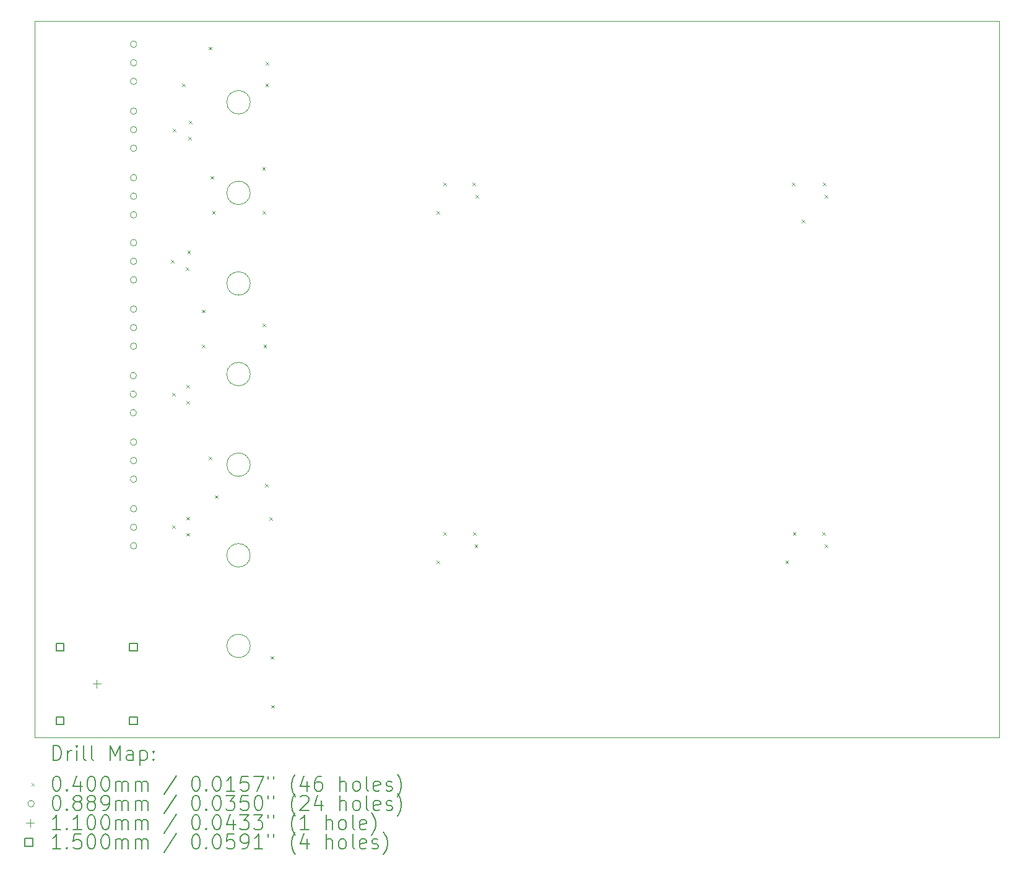
<source format=gbr>
%TF.GenerationSoftware,KiCad,Pcbnew,(6.0.8-1)-1*%
%TF.CreationDate,2022-12-30T20:11:37-05:00*%
%TF.ProjectId,Untitled,556e7469-746c-4656-942e-6b696361645f,rev?*%
%TF.SameCoordinates,Original*%
%TF.FileFunction,Drillmap*%
%TF.FilePolarity,Positive*%
%FSLAX45Y45*%
G04 Gerber Fmt 4.5, Leading zero omitted, Abs format (unit mm)*
G04 Created by KiCad (PCBNEW (6.0.8-1)-1) date 2022-12-30 20:11:37*
%MOMM*%
%LPD*%
G01*
G04 APERTURE LIST*
%ADD10C,0.100000*%
%ADD11C,0.200000*%
%ADD12C,0.040000*%
%ADD13C,0.088900*%
%ADD14C,0.110000*%
%ADD15C,0.150000*%
G04 APERTURE END LIST*
D10*
X7520000Y-11840000D02*
G75*
G03*
X7520000Y-11840000I-160000J0D01*
G01*
X7520000Y-5640000D02*
G75*
G03*
X7520000Y-5640000I-160000J0D01*
G01*
X4572000Y-3291000D02*
X17764000Y-3291000D01*
X17764000Y-3291000D02*
X17764000Y-13090000D01*
X17764000Y-13090000D02*
X4572000Y-13090000D01*
X4572000Y-13090000D02*
X4572000Y-3291000D01*
X7520000Y-6880000D02*
G75*
G03*
X7520000Y-6880000I-160000J0D01*
G01*
X7520000Y-8120000D02*
G75*
G03*
X7520000Y-8120000I-160000J0D01*
G01*
X7520000Y-10600000D02*
G75*
G03*
X7520000Y-10600000I-160000J0D01*
G01*
X7520000Y-4400000D02*
G75*
G03*
X7520000Y-4400000I-160000J0D01*
G01*
X7520000Y-9360000D02*
G75*
G03*
X7520000Y-9360000I-160000J0D01*
G01*
D11*
D12*
X6435000Y-6555000D02*
X6475000Y-6595000D01*
X6475000Y-6555000D02*
X6435000Y-6595000D01*
X6450000Y-8380000D02*
X6490000Y-8420000D01*
X6490000Y-8380000D02*
X6450000Y-8420000D01*
X6455000Y-10190000D02*
X6495000Y-10230000D01*
X6495000Y-10190000D02*
X6455000Y-10230000D01*
X6460000Y-4760000D02*
X6500000Y-4800000D01*
X6500000Y-4760000D02*
X6460000Y-4800000D01*
X6590000Y-4143751D02*
X6630000Y-4183751D01*
X6630000Y-4143751D02*
X6590000Y-4183751D01*
X6640000Y-6660000D02*
X6680000Y-6700000D01*
X6680000Y-6660000D02*
X6640000Y-6700000D01*
X6650000Y-8270000D02*
X6690000Y-8310000D01*
X6690000Y-8270000D02*
X6650000Y-8310000D01*
X6650000Y-8490000D02*
X6690000Y-8530000D01*
X6690000Y-8490000D02*
X6650000Y-8530000D01*
X6650000Y-10075000D02*
X6690000Y-10115000D01*
X6690000Y-10075000D02*
X6650000Y-10115000D01*
X6650000Y-10295000D02*
X6690000Y-10335000D01*
X6690000Y-10295000D02*
X6650000Y-10335000D01*
X6660000Y-6430000D02*
X6700000Y-6470000D01*
X6700000Y-6430000D02*
X6660000Y-6470000D01*
X6670000Y-4870000D02*
X6710000Y-4910000D01*
X6710000Y-4870000D02*
X6670000Y-4910000D01*
X6680000Y-4650000D02*
X6720000Y-4690000D01*
X6720000Y-4650000D02*
X6680000Y-4690000D01*
X6860000Y-7240000D02*
X6900000Y-7280000D01*
X6900000Y-7240000D02*
X6860000Y-7280000D01*
X6860000Y-7720000D02*
X6900000Y-7760000D01*
X6900000Y-7720000D02*
X6860000Y-7760000D01*
X6950000Y-3640000D02*
X6990000Y-3680000D01*
X6990000Y-3640000D02*
X6950000Y-3680000D01*
X6950000Y-9250000D02*
X6990000Y-9290000D01*
X6990000Y-9250000D02*
X6950000Y-9290000D01*
X6980000Y-5410000D02*
X7020000Y-5450000D01*
X7020000Y-5410000D02*
X6980000Y-5450000D01*
X7000000Y-5890000D02*
X7040000Y-5930000D01*
X7040000Y-5890000D02*
X7000000Y-5930000D01*
X7040000Y-9780000D02*
X7080000Y-9820000D01*
X7080000Y-9780000D02*
X7040000Y-9820000D01*
X7685000Y-5285000D02*
X7725000Y-5325000D01*
X7725000Y-5285000D02*
X7685000Y-5325000D01*
X7690000Y-5890000D02*
X7730000Y-5930000D01*
X7730000Y-5890000D02*
X7690000Y-5930000D01*
X7690000Y-7430000D02*
X7730000Y-7470000D01*
X7730000Y-7430000D02*
X7690000Y-7470000D01*
X7701250Y-7718750D02*
X7741250Y-7758750D01*
X7741250Y-7718750D02*
X7701250Y-7758750D01*
X7720000Y-9620000D02*
X7760000Y-9660000D01*
X7760000Y-9620000D02*
X7720000Y-9660000D01*
X7727000Y-4143000D02*
X7767000Y-4183000D01*
X7767000Y-4143000D02*
X7727000Y-4183000D01*
X7731000Y-3849000D02*
X7771000Y-3889000D01*
X7771000Y-3849000D02*
X7731000Y-3889000D01*
X7780000Y-10080000D02*
X7820000Y-10120000D01*
X7820000Y-10080000D02*
X7780000Y-10120000D01*
X7800000Y-11980000D02*
X7840000Y-12020000D01*
X7840000Y-11980000D02*
X7800000Y-12020000D01*
X7810000Y-12650000D02*
X7850000Y-12690000D01*
X7850000Y-12650000D02*
X7810000Y-12690000D01*
X10069000Y-5891000D02*
X10109000Y-5931000D01*
X10109000Y-5891000D02*
X10069000Y-5931000D01*
X10069000Y-10671000D02*
X10109000Y-10711000D01*
X10109000Y-10671000D02*
X10069000Y-10711000D01*
X10160000Y-5500000D02*
X10200000Y-5540000D01*
X10200000Y-5500000D02*
X10160000Y-5540000D01*
X10160000Y-10280000D02*
X10200000Y-10320000D01*
X10200000Y-10280000D02*
X10160000Y-10320000D01*
X10560000Y-5500000D02*
X10600000Y-5540000D01*
X10600000Y-5500000D02*
X10560000Y-5540000D01*
X10570000Y-10280000D02*
X10610000Y-10320000D01*
X10610000Y-10280000D02*
X10570000Y-10320000D01*
X10589000Y-10451000D02*
X10629000Y-10491000D01*
X10629000Y-10451000D02*
X10589000Y-10491000D01*
X10599000Y-5671000D02*
X10639000Y-5711000D01*
X10639000Y-5671000D02*
X10599000Y-5711000D01*
X14839000Y-10671000D02*
X14879000Y-10711000D01*
X14879000Y-10671000D02*
X14839000Y-10711000D01*
X14930000Y-5500000D02*
X14970000Y-5540000D01*
X14970000Y-5500000D02*
X14930000Y-5540000D01*
X14940000Y-10280000D02*
X14980000Y-10320000D01*
X14980000Y-10280000D02*
X14940000Y-10320000D01*
X15065000Y-6005000D02*
X15105000Y-6045000D01*
X15105000Y-6005000D02*
X15065000Y-6045000D01*
X15340000Y-10280000D02*
X15380000Y-10320000D01*
X15380000Y-10280000D02*
X15340000Y-10320000D01*
X15350000Y-5500000D02*
X15390000Y-5540000D01*
X15390000Y-5500000D02*
X15350000Y-5540000D01*
X15379000Y-5671000D02*
X15419000Y-5711000D01*
X15419000Y-5671000D02*
X15379000Y-5711000D01*
X15379000Y-10451000D02*
X15419000Y-10491000D01*
X15419000Y-10451000D02*
X15379000Y-10491000D01*
D13*
X5964450Y-8140000D02*
G75*
G03*
X5964450Y-8140000I-44450J0D01*
G01*
X5964450Y-8394000D02*
G75*
G03*
X5964450Y-8394000I-44450J0D01*
G01*
X5964450Y-8648000D02*
G75*
G03*
X5964450Y-8648000I-44450J0D01*
G01*
X5969460Y-3604750D02*
G75*
G03*
X5969460Y-3604750I-44450J0D01*
G01*
X5969460Y-3858750D02*
G75*
G03*
X5969460Y-3858750I-44450J0D01*
G01*
X5969460Y-4112750D02*
G75*
G03*
X5969460Y-4112750I-44450J0D01*
G01*
X5969460Y-4521250D02*
G75*
G03*
X5969460Y-4521250I-44450J0D01*
G01*
X5969460Y-4775250D02*
G75*
G03*
X5969460Y-4775250I-44450J0D01*
G01*
X5969460Y-5029250D02*
G75*
G03*
X5969460Y-5029250I-44450J0D01*
G01*
X5969460Y-5430750D02*
G75*
G03*
X5969460Y-5430750I-44450J0D01*
G01*
X5969460Y-5684750D02*
G75*
G03*
X5969460Y-5684750I-44450J0D01*
G01*
X5969460Y-5938750D02*
G75*
G03*
X5969460Y-5938750I-44450J0D01*
G01*
X5969460Y-6321250D02*
G75*
G03*
X5969460Y-6321250I-44450J0D01*
G01*
X5969460Y-6575250D02*
G75*
G03*
X5969460Y-6575250I-44450J0D01*
G01*
X5969460Y-6829250D02*
G75*
G03*
X5969460Y-6829250I-44450J0D01*
G01*
X5969460Y-7230750D02*
G75*
G03*
X5969460Y-7230750I-44450J0D01*
G01*
X5969460Y-7484750D02*
G75*
G03*
X5969460Y-7484750I-44450J0D01*
G01*
X5969460Y-7738750D02*
G75*
G03*
X5969460Y-7738750I-44450J0D01*
G01*
X5969460Y-9050750D02*
G75*
G03*
X5969460Y-9050750I-44450J0D01*
G01*
X5969460Y-9304750D02*
G75*
G03*
X5969460Y-9304750I-44450J0D01*
G01*
X5969460Y-9558750D02*
G75*
G03*
X5969460Y-9558750I-44450J0D01*
G01*
X5969460Y-9961250D02*
G75*
G03*
X5969460Y-9961250I-44450J0D01*
G01*
X5969460Y-10215250D02*
G75*
G03*
X5969460Y-10215250I-44450J0D01*
G01*
X5969460Y-10469250D02*
G75*
G03*
X5969460Y-10469250I-44450J0D01*
G01*
D14*
X5420000Y-12305000D02*
X5420000Y-12415000D01*
X5365000Y-12360000D02*
X5475000Y-12360000D01*
D15*
X4970534Y-11910533D02*
X4970534Y-11804466D01*
X4864467Y-11804466D01*
X4864467Y-11910533D01*
X4970534Y-11910533D01*
X4970534Y-12915533D02*
X4970534Y-12809466D01*
X4864467Y-12809466D01*
X4864467Y-12915533D01*
X4970534Y-12915533D01*
X5975533Y-11910533D02*
X5975533Y-11804466D01*
X5869466Y-11804466D01*
X5869466Y-11910533D01*
X5975533Y-11910533D01*
X5975533Y-12915533D02*
X5975533Y-12809466D01*
X5869466Y-12809466D01*
X5869466Y-12915533D01*
X5975533Y-12915533D01*
D11*
X4824619Y-13405476D02*
X4824619Y-13205476D01*
X4872238Y-13205476D01*
X4900810Y-13215000D01*
X4919857Y-13234048D01*
X4929381Y-13253095D01*
X4938905Y-13291190D01*
X4938905Y-13319762D01*
X4929381Y-13357857D01*
X4919857Y-13376905D01*
X4900810Y-13395952D01*
X4872238Y-13405476D01*
X4824619Y-13405476D01*
X5024619Y-13405476D02*
X5024619Y-13272143D01*
X5024619Y-13310238D02*
X5034143Y-13291190D01*
X5043667Y-13281667D01*
X5062714Y-13272143D01*
X5081762Y-13272143D01*
X5148429Y-13405476D02*
X5148429Y-13272143D01*
X5148429Y-13205476D02*
X5138905Y-13215000D01*
X5148429Y-13224524D01*
X5157952Y-13215000D01*
X5148429Y-13205476D01*
X5148429Y-13224524D01*
X5272238Y-13405476D02*
X5253190Y-13395952D01*
X5243667Y-13376905D01*
X5243667Y-13205476D01*
X5377000Y-13405476D02*
X5357952Y-13395952D01*
X5348429Y-13376905D01*
X5348429Y-13205476D01*
X5605571Y-13405476D02*
X5605571Y-13205476D01*
X5672238Y-13348333D01*
X5738905Y-13205476D01*
X5738905Y-13405476D01*
X5919857Y-13405476D02*
X5919857Y-13300714D01*
X5910333Y-13281667D01*
X5891286Y-13272143D01*
X5853190Y-13272143D01*
X5834143Y-13281667D01*
X5919857Y-13395952D02*
X5900809Y-13405476D01*
X5853190Y-13405476D01*
X5834143Y-13395952D01*
X5824619Y-13376905D01*
X5824619Y-13357857D01*
X5834143Y-13338809D01*
X5853190Y-13329286D01*
X5900809Y-13329286D01*
X5919857Y-13319762D01*
X6015095Y-13272143D02*
X6015095Y-13472143D01*
X6015095Y-13281667D02*
X6034143Y-13272143D01*
X6072238Y-13272143D01*
X6091286Y-13281667D01*
X6100809Y-13291190D01*
X6110333Y-13310238D01*
X6110333Y-13367381D01*
X6100809Y-13386428D01*
X6091286Y-13395952D01*
X6072238Y-13405476D01*
X6034143Y-13405476D01*
X6015095Y-13395952D01*
X6196048Y-13386428D02*
X6205571Y-13395952D01*
X6196048Y-13405476D01*
X6186524Y-13395952D01*
X6196048Y-13386428D01*
X6196048Y-13405476D01*
X6196048Y-13281667D02*
X6205571Y-13291190D01*
X6196048Y-13300714D01*
X6186524Y-13291190D01*
X6196048Y-13281667D01*
X6196048Y-13300714D01*
D12*
X4527000Y-13715000D02*
X4567000Y-13755000D01*
X4567000Y-13715000D02*
X4527000Y-13755000D01*
D11*
X4862714Y-13625476D02*
X4881762Y-13625476D01*
X4900810Y-13635000D01*
X4910333Y-13644524D01*
X4919857Y-13663571D01*
X4929381Y-13701667D01*
X4929381Y-13749286D01*
X4919857Y-13787381D01*
X4910333Y-13806428D01*
X4900810Y-13815952D01*
X4881762Y-13825476D01*
X4862714Y-13825476D01*
X4843667Y-13815952D01*
X4834143Y-13806428D01*
X4824619Y-13787381D01*
X4815095Y-13749286D01*
X4815095Y-13701667D01*
X4824619Y-13663571D01*
X4834143Y-13644524D01*
X4843667Y-13635000D01*
X4862714Y-13625476D01*
X5015095Y-13806428D02*
X5024619Y-13815952D01*
X5015095Y-13825476D01*
X5005571Y-13815952D01*
X5015095Y-13806428D01*
X5015095Y-13825476D01*
X5196048Y-13692143D02*
X5196048Y-13825476D01*
X5148429Y-13615952D02*
X5100810Y-13758809D01*
X5224619Y-13758809D01*
X5338905Y-13625476D02*
X5357952Y-13625476D01*
X5377000Y-13635000D01*
X5386524Y-13644524D01*
X5396048Y-13663571D01*
X5405571Y-13701667D01*
X5405571Y-13749286D01*
X5396048Y-13787381D01*
X5386524Y-13806428D01*
X5377000Y-13815952D01*
X5357952Y-13825476D01*
X5338905Y-13825476D01*
X5319857Y-13815952D01*
X5310333Y-13806428D01*
X5300810Y-13787381D01*
X5291286Y-13749286D01*
X5291286Y-13701667D01*
X5300810Y-13663571D01*
X5310333Y-13644524D01*
X5319857Y-13635000D01*
X5338905Y-13625476D01*
X5529381Y-13625476D02*
X5548429Y-13625476D01*
X5567476Y-13635000D01*
X5577000Y-13644524D01*
X5586524Y-13663571D01*
X5596048Y-13701667D01*
X5596048Y-13749286D01*
X5586524Y-13787381D01*
X5577000Y-13806428D01*
X5567476Y-13815952D01*
X5548429Y-13825476D01*
X5529381Y-13825476D01*
X5510333Y-13815952D01*
X5500810Y-13806428D01*
X5491286Y-13787381D01*
X5481762Y-13749286D01*
X5481762Y-13701667D01*
X5491286Y-13663571D01*
X5500810Y-13644524D01*
X5510333Y-13635000D01*
X5529381Y-13625476D01*
X5681762Y-13825476D02*
X5681762Y-13692143D01*
X5681762Y-13711190D02*
X5691286Y-13701667D01*
X5710333Y-13692143D01*
X5738905Y-13692143D01*
X5757952Y-13701667D01*
X5767476Y-13720714D01*
X5767476Y-13825476D01*
X5767476Y-13720714D02*
X5777000Y-13701667D01*
X5796048Y-13692143D01*
X5824619Y-13692143D01*
X5843667Y-13701667D01*
X5853190Y-13720714D01*
X5853190Y-13825476D01*
X5948428Y-13825476D02*
X5948428Y-13692143D01*
X5948428Y-13711190D02*
X5957952Y-13701667D01*
X5977000Y-13692143D01*
X6005571Y-13692143D01*
X6024619Y-13701667D01*
X6034143Y-13720714D01*
X6034143Y-13825476D01*
X6034143Y-13720714D02*
X6043667Y-13701667D01*
X6062714Y-13692143D01*
X6091286Y-13692143D01*
X6110333Y-13701667D01*
X6119857Y-13720714D01*
X6119857Y-13825476D01*
X6510333Y-13615952D02*
X6338905Y-13873095D01*
X6767476Y-13625476D02*
X6786524Y-13625476D01*
X6805571Y-13635000D01*
X6815095Y-13644524D01*
X6824619Y-13663571D01*
X6834143Y-13701667D01*
X6834143Y-13749286D01*
X6824619Y-13787381D01*
X6815095Y-13806428D01*
X6805571Y-13815952D01*
X6786524Y-13825476D01*
X6767476Y-13825476D01*
X6748428Y-13815952D01*
X6738905Y-13806428D01*
X6729381Y-13787381D01*
X6719857Y-13749286D01*
X6719857Y-13701667D01*
X6729381Y-13663571D01*
X6738905Y-13644524D01*
X6748428Y-13635000D01*
X6767476Y-13625476D01*
X6919857Y-13806428D02*
X6929381Y-13815952D01*
X6919857Y-13825476D01*
X6910333Y-13815952D01*
X6919857Y-13806428D01*
X6919857Y-13825476D01*
X7053190Y-13625476D02*
X7072238Y-13625476D01*
X7091286Y-13635000D01*
X7100809Y-13644524D01*
X7110333Y-13663571D01*
X7119857Y-13701667D01*
X7119857Y-13749286D01*
X7110333Y-13787381D01*
X7100809Y-13806428D01*
X7091286Y-13815952D01*
X7072238Y-13825476D01*
X7053190Y-13825476D01*
X7034143Y-13815952D01*
X7024619Y-13806428D01*
X7015095Y-13787381D01*
X7005571Y-13749286D01*
X7005571Y-13701667D01*
X7015095Y-13663571D01*
X7024619Y-13644524D01*
X7034143Y-13635000D01*
X7053190Y-13625476D01*
X7310333Y-13825476D02*
X7196048Y-13825476D01*
X7253190Y-13825476D02*
X7253190Y-13625476D01*
X7234143Y-13654048D01*
X7215095Y-13673095D01*
X7196048Y-13682619D01*
X7491286Y-13625476D02*
X7396048Y-13625476D01*
X7386524Y-13720714D01*
X7396048Y-13711190D01*
X7415095Y-13701667D01*
X7462714Y-13701667D01*
X7481762Y-13711190D01*
X7491286Y-13720714D01*
X7500809Y-13739762D01*
X7500809Y-13787381D01*
X7491286Y-13806428D01*
X7481762Y-13815952D01*
X7462714Y-13825476D01*
X7415095Y-13825476D01*
X7396048Y-13815952D01*
X7386524Y-13806428D01*
X7567476Y-13625476D02*
X7700809Y-13625476D01*
X7615095Y-13825476D01*
X7767476Y-13625476D02*
X7767476Y-13663571D01*
X7843667Y-13625476D02*
X7843667Y-13663571D01*
X8138905Y-13901667D02*
X8129381Y-13892143D01*
X8110333Y-13863571D01*
X8100809Y-13844524D01*
X8091286Y-13815952D01*
X8081762Y-13768333D01*
X8081762Y-13730238D01*
X8091286Y-13682619D01*
X8100809Y-13654048D01*
X8110333Y-13635000D01*
X8129381Y-13606428D01*
X8138905Y-13596905D01*
X8300809Y-13692143D02*
X8300809Y-13825476D01*
X8253190Y-13615952D02*
X8205571Y-13758809D01*
X8329381Y-13758809D01*
X8491286Y-13625476D02*
X8453190Y-13625476D01*
X8434143Y-13635000D01*
X8424619Y-13644524D01*
X8405571Y-13673095D01*
X8396048Y-13711190D01*
X8396048Y-13787381D01*
X8405571Y-13806428D01*
X8415095Y-13815952D01*
X8434143Y-13825476D01*
X8472238Y-13825476D01*
X8491286Y-13815952D01*
X8500810Y-13806428D01*
X8510333Y-13787381D01*
X8510333Y-13739762D01*
X8500810Y-13720714D01*
X8491286Y-13711190D01*
X8472238Y-13701667D01*
X8434143Y-13701667D01*
X8415095Y-13711190D01*
X8405571Y-13720714D01*
X8396048Y-13739762D01*
X8748429Y-13825476D02*
X8748429Y-13625476D01*
X8834143Y-13825476D02*
X8834143Y-13720714D01*
X8824619Y-13701667D01*
X8805571Y-13692143D01*
X8777000Y-13692143D01*
X8757952Y-13701667D01*
X8748429Y-13711190D01*
X8957952Y-13825476D02*
X8938905Y-13815952D01*
X8929381Y-13806428D01*
X8919857Y-13787381D01*
X8919857Y-13730238D01*
X8929381Y-13711190D01*
X8938905Y-13701667D01*
X8957952Y-13692143D01*
X8986524Y-13692143D01*
X9005571Y-13701667D01*
X9015095Y-13711190D01*
X9024619Y-13730238D01*
X9024619Y-13787381D01*
X9015095Y-13806428D01*
X9005571Y-13815952D01*
X8986524Y-13825476D01*
X8957952Y-13825476D01*
X9138905Y-13825476D02*
X9119857Y-13815952D01*
X9110333Y-13796905D01*
X9110333Y-13625476D01*
X9291286Y-13815952D02*
X9272238Y-13825476D01*
X9234143Y-13825476D01*
X9215095Y-13815952D01*
X9205571Y-13796905D01*
X9205571Y-13720714D01*
X9215095Y-13701667D01*
X9234143Y-13692143D01*
X9272238Y-13692143D01*
X9291286Y-13701667D01*
X9300810Y-13720714D01*
X9300810Y-13739762D01*
X9205571Y-13758809D01*
X9377000Y-13815952D02*
X9396048Y-13825476D01*
X9434143Y-13825476D01*
X9453190Y-13815952D01*
X9462714Y-13796905D01*
X9462714Y-13787381D01*
X9453190Y-13768333D01*
X9434143Y-13758809D01*
X9405571Y-13758809D01*
X9386524Y-13749286D01*
X9377000Y-13730238D01*
X9377000Y-13720714D01*
X9386524Y-13701667D01*
X9405571Y-13692143D01*
X9434143Y-13692143D01*
X9453190Y-13701667D01*
X9529381Y-13901667D02*
X9538905Y-13892143D01*
X9557952Y-13863571D01*
X9567476Y-13844524D01*
X9577000Y-13815952D01*
X9586524Y-13768333D01*
X9586524Y-13730238D01*
X9577000Y-13682619D01*
X9567476Y-13654048D01*
X9557952Y-13635000D01*
X9538905Y-13606428D01*
X9529381Y-13596905D01*
D13*
X4567000Y-13999000D02*
G75*
G03*
X4567000Y-13999000I-44450J0D01*
G01*
D11*
X4862714Y-13889476D02*
X4881762Y-13889476D01*
X4900810Y-13899000D01*
X4910333Y-13908524D01*
X4919857Y-13927571D01*
X4929381Y-13965667D01*
X4929381Y-14013286D01*
X4919857Y-14051381D01*
X4910333Y-14070428D01*
X4900810Y-14079952D01*
X4881762Y-14089476D01*
X4862714Y-14089476D01*
X4843667Y-14079952D01*
X4834143Y-14070428D01*
X4824619Y-14051381D01*
X4815095Y-14013286D01*
X4815095Y-13965667D01*
X4824619Y-13927571D01*
X4834143Y-13908524D01*
X4843667Y-13899000D01*
X4862714Y-13889476D01*
X5015095Y-14070428D02*
X5024619Y-14079952D01*
X5015095Y-14089476D01*
X5005571Y-14079952D01*
X5015095Y-14070428D01*
X5015095Y-14089476D01*
X5138905Y-13975190D02*
X5119857Y-13965667D01*
X5110333Y-13956143D01*
X5100810Y-13937095D01*
X5100810Y-13927571D01*
X5110333Y-13908524D01*
X5119857Y-13899000D01*
X5138905Y-13889476D01*
X5177000Y-13889476D01*
X5196048Y-13899000D01*
X5205571Y-13908524D01*
X5215095Y-13927571D01*
X5215095Y-13937095D01*
X5205571Y-13956143D01*
X5196048Y-13965667D01*
X5177000Y-13975190D01*
X5138905Y-13975190D01*
X5119857Y-13984714D01*
X5110333Y-13994238D01*
X5100810Y-14013286D01*
X5100810Y-14051381D01*
X5110333Y-14070428D01*
X5119857Y-14079952D01*
X5138905Y-14089476D01*
X5177000Y-14089476D01*
X5196048Y-14079952D01*
X5205571Y-14070428D01*
X5215095Y-14051381D01*
X5215095Y-14013286D01*
X5205571Y-13994238D01*
X5196048Y-13984714D01*
X5177000Y-13975190D01*
X5329381Y-13975190D02*
X5310333Y-13965667D01*
X5300810Y-13956143D01*
X5291286Y-13937095D01*
X5291286Y-13927571D01*
X5300810Y-13908524D01*
X5310333Y-13899000D01*
X5329381Y-13889476D01*
X5367476Y-13889476D01*
X5386524Y-13899000D01*
X5396048Y-13908524D01*
X5405571Y-13927571D01*
X5405571Y-13937095D01*
X5396048Y-13956143D01*
X5386524Y-13965667D01*
X5367476Y-13975190D01*
X5329381Y-13975190D01*
X5310333Y-13984714D01*
X5300810Y-13994238D01*
X5291286Y-14013286D01*
X5291286Y-14051381D01*
X5300810Y-14070428D01*
X5310333Y-14079952D01*
X5329381Y-14089476D01*
X5367476Y-14089476D01*
X5386524Y-14079952D01*
X5396048Y-14070428D01*
X5405571Y-14051381D01*
X5405571Y-14013286D01*
X5396048Y-13994238D01*
X5386524Y-13984714D01*
X5367476Y-13975190D01*
X5500810Y-14089476D02*
X5538905Y-14089476D01*
X5557952Y-14079952D01*
X5567476Y-14070428D01*
X5586524Y-14041857D01*
X5596048Y-14003762D01*
X5596048Y-13927571D01*
X5586524Y-13908524D01*
X5577000Y-13899000D01*
X5557952Y-13889476D01*
X5519857Y-13889476D01*
X5500810Y-13899000D01*
X5491286Y-13908524D01*
X5481762Y-13927571D01*
X5481762Y-13975190D01*
X5491286Y-13994238D01*
X5500810Y-14003762D01*
X5519857Y-14013286D01*
X5557952Y-14013286D01*
X5577000Y-14003762D01*
X5586524Y-13994238D01*
X5596048Y-13975190D01*
X5681762Y-14089476D02*
X5681762Y-13956143D01*
X5681762Y-13975190D02*
X5691286Y-13965667D01*
X5710333Y-13956143D01*
X5738905Y-13956143D01*
X5757952Y-13965667D01*
X5767476Y-13984714D01*
X5767476Y-14089476D01*
X5767476Y-13984714D02*
X5777000Y-13965667D01*
X5796048Y-13956143D01*
X5824619Y-13956143D01*
X5843667Y-13965667D01*
X5853190Y-13984714D01*
X5853190Y-14089476D01*
X5948428Y-14089476D02*
X5948428Y-13956143D01*
X5948428Y-13975190D02*
X5957952Y-13965667D01*
X5977000Y-13956143D01*
X6005571Y-13956143D01*
X6024619Y-13965667D01*
X6034143Y-13984714D01*
X6034143Y-14089476D01*
X6034143Y-13984714D02*
X6043667Y-13965667D01*
X6062714Y-13956143D01*
X6091286Y-13956143D01*
X6110333Y-13965667D01*
X6119857Y-13984714D01*
X6119857Y-14089476D01*
X6510333Y-13879952D02*
X6338905Y-14137095D01*
X6767476Y-13889476D02*
X6786524Y-13889476D01*
X6805571Y-13899000D01*
X6815095Y-13908524D01*
X6824619Y-13927571D01*
X6834143Y-13965667D01*
X6834143Y-14013286D01*
X6824619Y-14051381D01*
X6815095Y-14070428D01*
X6805571Y-14079952D01*
X6786524Y-14089476D01*
X6767476Y-14089476D01*
X6748428Y-14079952D01*
X6738905Y-14070428D01*
X6729381Y-14051381D01*
X6719857Y-14013286D01*
X6719857Y-13965667D01*
X6729381Y-13927571D01*
X6738905Y-13908524D01*
X6748428Y-13899000D01*
X6767476Y-13889476D01*
X6919857Y-14070428D02*
X6929381Y-14079952D01*
X6919857Y-14089476D01*
X6910333Y-14079952D01*
X6919857Y-14070428D01*
X6919857Y-14089476D01*
X7053190Y-13889476D02*
X7072238Y-13889476D01*
X7091286Y-13899000D01*
X7100809Y-13908524D01*
X7110333Y-13927571D01*
X7119857Y-13965667D01*
X7119857Y-14013286D01*
X7110333Y-14051381D01*
X7100809Y-14070428D01*
X7091286Y-14079952D01*
X7072238Y-14089476D01*
X7053190Y-14089476D01*
X7034143Y-14079952D01*
X7024619Y-14070428D01*
X7015095Y-14051381D01*
X7005571Y-14013286D01*
X7005571Y-13965667D01*
X7015095Y-13927571D01*
X7024619Y-13908524D01*
X7034143Y-13899000D01*
X7053190Y-13889476D01*
X7186524Y-13889476D02*
X7310333Y-13889476D01*
X7243667Y-13965667D01*
X7272238Y-13965667D01*
X7291286Y-13975190D01*
X7300809Y-13984714D01*
X7310333Y-14003762D01*
X7310333Y-14051381D01*
X7300809Y-14070428D01*
X7291286Y-14079952D01*
X7272238Y-14089476D01*
X7215095Y-14089476D01*
X7196048Y-14079952D01*
X7186524Y-14070428D01*
X7491286Y-13889476D02*
X7396048Y-13889476D01*
X7386524Y-13984714D01*
X7396048Y-13975190D01*
X7415095Y-13965667D01*
X7462714Y-13965667D01*
X7481762Y-13975190D01*
X7491286Y-13984714D01*
X7500809Y-14003762D01*
X7500809Y-14051381D01*
X7491286Y-14070428D01*
X7481762Y-14079952D01*
X7462714Y-14089476D01*
X7415095Y-14089476D01*
X7396048Y-14079952D01*
X7386524Y-14070428D01*
X7624619Y-13889476D02*
X7643667Y-13889476D01*
X7662714Y-13899000D01*
X7672238Y-13908524D01*
X7681762Y-13927571D01*
X7691286Y-13965667D01*
X7691286Y-14013286D01*
X7681762Y-14051381D01*
X7672238Y-14070428D01*
X7662714Y-14079952D01*
X7643667Y-14089476D01*
X7624619Y-14089476D01*
X7605571Y-14079952D01*
X7596048Y-14070428D01*
X7586524Y-14051381D01*
X7577000Y-14013286D01*
X7577000Y-13965667D01*
X7586524Y-13927571D01*
X7596048Y-13908524D01*
X7605571Y-13899000D01*
X7624619Y-13889476D01*
X7767476Y-13889476D02*
X7767476Y-13927571D01*
X7843667Y-13889476D02*
X7843667Y-13927571D01*
X8138905Y-14165667D02*
X8129381Y-14156143D01*
X8110333Y-14127571D01*
X8100809Y-14108524D01*
X8091286Y-14079952D01*
X8081762Y-14032333D01*
X8081762Y-13994238D01*
X8091286Y-13946619D01*
X8100809Y-13918048D01*
X8110333Y-13899000D01*
X8129381Y-13870428D01*
X8138905Y-13860905D01*
X8205571Y-13908524D02*
X8215095Y-13899000D01*
X8234143Y-13889476D01*
X8281762Y-13889476D01*
X8300809Y-13899000D01*
X8310333Y-13908524D01*
X8319857Y-13927571D01*
X8319857Y-13946619D01*
X8310333Y-13975190D01*
X8196048Y-14089476D01*
X8319857Y-14089476D01*
X8491286Y-13956143D02*
X8491286Y-14089476D01*
X8443667Y-13879952D02*
X8396048Y-14022809D01*
X8519857Y-14022809D01*
X8748429Y-14089476D02*
X8748429Y-13889476D01*
X8834143Y-14089476D02*
X8834143Y-13984714D01*
X8824619Y-13965667D01*
X8805571Y-13956143D01*
X8777000Y-13956143D01*
X8757952Y-13965667D01*
X8748429Y-13975190D01*
X8957952Y-14089476D02*
X8938905Y-14079952D01*
X8929381Y-14070428D01*
X8919857Y-14051381D01*
X8919857Y-13994238D01*
X8929381Y-13975190D01*
X8938905Y-13965667D01*
X8957952Y-13956143D01*
X8986524Y-13956143D01*
X9005571Y-13965667D01*
X9015095Y-13975190D01*
X9024619Y-13994238D01*
X9024619Y-14051381D01*
X9015095Y-14070428D01*
X9005571Y-14079952D01*
X8986524Y-14089476D01*
X8957952Y-14089476D01*
X9138905Y-14089476D02*
X9119857Y-14079952D01*
X9110333Y-14060905D01*
X9110333Y-13889476D01*
X9291286Y-14079952D02*
X9272238Y-14089476D01*
X9234143Y-14089476D01*
X9215095Y-14079952D01*
X9205571Y-14060905D01*
X9205571Y-13984714D01*
X9215095Y-13965667D01*
X9234143Y-13956143D01*
X9272238Y-13956143D01*
X9291286Y-13965667D01*
X9300810Y-13984714D01*
X9300810Y-14003762D01*
X9205571Y-14022809D01*
X9377000Y-14079952D02*
X9396048Y-14089476D01*
X9434143Y-14089476D01*
X9453190Y-14079952D01*
X9462714Y-14060905D01*
X9462714Y-14051381D01*
X9453190Y-14032333D01*
X9434143Y-14022809D01*
X9405571Y-14022809D01*
X9386524Y-14013286D01*
X9377000Y-13994238D01*
X9377000Y-13984714D01*
X9386524Y-13965667D01*
X9405571Y-13956143D01*
X9434143Y-13956143D01*
X9453190Y-13965667D01*
X9529381Y-14165667D02*
X9538905Y-14156143D01*
X9557952Y-14127571D01*
X9567476Y-14108524D01*
X9577000Y-14079952D01*
X9586524Y-14032333D01*
X9586524Y-13994238D01*
X9577000Y-13946619D01*
X9567476Y-13918048D01*
X9557952Y-13899000D01*
X9538905Y-13870428D01*
X9529381Y-13860905D01*
D14*
X4512000Y-14208000D02*
X4512000Y-14318000D01*
X4457000Y-14263000D02*
X4567000Y-14263000D01*
D11*
X4929381Y-14353476D02*
X4815095Y-14353476D01*
X4872238Y-14353476D02*
X4872238Y-14153476D01*
X4853190Y-14182048D01*
X4834143Y-14201095D01*
X4815095Y-14210619D01*
X5015095Y-14334428D02*
X5024619Y-14343952D01*
X5015095Y-14353476D01*
X5005571Y-14343952D01*
X5015095Y-14334428D01*
X5015095Y-14353476D01*
X5215095Y-14353476D02*
X5100810Y-14353476D01*
X5157952Y-14353476D02*
X5157952Y-14153476D01*
X5138905Y-14182048D01*
X5119857Y-14201095D01*
X5100810Y-14210619D01*
X5338905Y-14153476D02*
X5357952Y-14153476D01*
X5377000Y-14163000D01*
X5386524Y-14172524D01*
X5396048Y-14191571D01*
X5405571Y-14229667D01*
X5405571Y-14277286D01*
X5396048Y-14315381D01*
X5386524Y-14334428D01*
X5377000Y-14343952D01*
X5357952Y-14353476D01*
X5338905Y-14353476D01*
X5319857Y-14343952D01*
X5310333Y-14334428D01*
X5300810Y-14315381D01*
X5291286Y-14277286D01*
X5291286Y-14229667D01*
X5300810Y-14191571D01*
X5310333Y-14172524D01*
X5319857Y-14163000D01*
X5338905Y-14153476D01*
X5529381Y-14153476D02*
X5548429Y-14153476D01*
X5567476Y-14163000D01*
X5577000Y-14172524D01*
X5586524Y-14191571D01*
X5596048Y-14229667D01*
X5596048Y-14277286D01*
X5586524Y-14315381D01*
X5577000Y-14334428D01*
X5567476Y-14343952D01*
X5548429Y-14353476D01*
X5529381Y-14353476D01*
X5510333Y-14343952D01*
X5500810Y-14334428D01*
X5491286Y-14315381D01*
X5481762Y-14277286D01*
X5481762Y-14229667D01*
X5491286Y-14191571D01*
X5500810Y-14172524D01*
X5510333Y-14163000D01*
X5529381Y-14153476D01*
X5681762Y-14353476D02*
X5681762Y-14220143D01*
X5681762Y-14239190D02*
X5691286Y-14229667D01*
X5710333Y-14220143D01*
X5738905Y-14220143D01*
X5757952Y-14229667D01*
X5767476Y-14248714D01*
X5767476Y-14353476D01*
X5767476Y-14248714D02*
X5777000Y-14229667D01*
X5796048Y-14220143D01*
X5824619Y-14220143D01*
X5843667Y-14229667D01*
X5853190Y-14248714D01*
X5853190Y-14353476D01*
X5948428Y-14353476D02*
X5948428Y-14220143D01*
X5948428Y-14239190D02*
X5957952Y-14229667D01*
X5977000Y-14220143D01*
X6005571Y-14220143D01*
X6024619Y-14229667D01*
X6034143Y-14248714D01*
X6034143Y-14353476D01*
X6034143Y-14248714D02*
X6043667Y-14229667D01*
X6062714Y-14220143D01*
X6091286Y-14220143D01*
X6110333Y-14229667D01*
X6119857Y-14248714D01*
X6119857Y-14353476D01*
X6510333Y-14143952D02*
X6338905Y-14401095D01*
X6767476Y-14153476D02*
X6786524Y-14153476D01*
X6805571Y-14163000D01*
X6815095Y-14172524D01*
X6824619Y-14191571D01*
X6834143Y-14229667D01*
X6834143Y-14277286D01*
X6824619Y-14315381D01*
X6815095Y-14334428D01*
X6805571Y-14343952D01*
X6786524Y-14353476D01*
X6767476Y-14353476D01*
X6748428Y-14343952D01*
X6738905Y-14334428D01*
X6729381Y-14315381D01*
X6719857Y-14277286D01*
X6719857Y-14229667D01*
X6729381Y-14191571D01*
X6738905Y-14172524D01*
X6748428Y-14163000D01*
X6767476Y-14153476D01*
X6919857Y-14334428D02*
X6929381Y-14343952D01*
X6919857Y-14353476D01*
X6910333Y-14343952D01*
X6919857Y-14334428D01*
X6919857Y-14353476D01*
X7053190Y-14153476D02*
X7072238Y-14153476D01*
X7091286Y-14163000D01*
X7100809Y-14172524D01*
X7110333Y-14191571D01*
X7119857Y-14229667D01*
X7119857Y-14277286D01*
X7110333Y-14315381D01*
X7100809Y-14334428D01*
X7091286Y-14343952D01*
X7072238Y-14353476D01*
X7053190Y-14353476D01*
X7034143Y-14343952D01*
X7024619Y-14334428D01*
X7015095Y-14315381D01*
X7005571Y-14277286D01*
X7005571Y-14229667D01*
X7015095Y-14191571D01*
X7024619Y-14172524D01*
X7034143Y-14163000D01*
X7053190Y-14153476D01*
X7291286Y-14220143D02*
X7291286Y-14353476D01*
X7243667Y-14143952D02*
X7196048Y-14286809D01*
X7319857Y-14286809D01*
X7377000Y-14153476D02*
X7500809Y-14153476D01*
X7434143Y-14229667D01*
X7462714Y-14229667D01*
X7481762Y-14239190D01*
X7491286Y-14248714D01*
X7500809Y-14267762D01*
X7500809Y-14315381D01*
X7491286Y-14334428D01*
X7481762Y-14343952D01*
X7462714Y-14353476D01*
X7405571Y-14353476D01*
X7386524Y-14343952D01*
X7377000Y-14334428D01*
X7567476Y-14153476D02*
X7691286Y-14153476D01*
X7624619Y-14229667D01*
X7653190Y-14229667D01*
X7672238Y-14239190D01*
X7681762Y-14248714D01*
X7691286Y-14267762D01*
X7691286Y-14315381D01*
X7681762Y-14334428D01*
X7672238Y-14343952D01*
X7653190Y-14353476D01*
X7596048Y-14353476D01*
X7577000Y-14343952D01*
X7567476Y-14334428D01*
X7767476Y-14153476D02*
X7767476Y-14191571D01*
X7843667Y-14153476D02*
X7843667Y-14191571D01*
X8138905Y-14429667D02*
X8129381Y-14420143D01*
X8110333Y-14391571D01*
X8100809Y-14372524D01*
X8091286Y-14343952D01*
X8081762Y-14296333D01*
X8081762Y-14258238D01*
X8091286Y-14210619D01*
X8100809Y-14182048D01*
X8110333Y-14163000D01*
X8129381Y-14134428D01*
X8138905Y-14124905D01*
X8319857Y-14353476D02*
X8205571Y-14353476D01*
X8262714Y-14353476D02*
X8262714Y-14153476D01*
X8243667Y-14182048D01*
X8224619Y-14201095D01*
X8205571Y-14210619D01*
X8557952Y-14353476D02*
X8557952Y-14153476D01*
X8643667Y-14353476D02*
X8643667Y-14248714D01*
X8634143Y-14229667D01*
X8615095Y-14220143D01*
X8586524Y-14220143D01*
X8567476Y-14229667D01*
X8557952Y-14239190D01*
X8767476Y-14353476D02*
X8748429Y-14343952D01*
X8738905Y-14334428D01*
X8729381Y-14315381D01*
X8729381Y-14258238D01*
X8738905Y-14239190D01*
X8748429Y-14229667D01*
X8767476Y-14220143D01*
X8796048Y-14220143D01*
X8815095Y-14229667D01*
X8824619Y-14239190D01*
X8834143Y-14258238D01*
X8834143Y-14315381D01*
X8824619Y-14334428D01*
X8815095Y-14343952D01*
X8796048Y-14353476D01*
X8767476Y-14353476D01*
X8948429Y-14353476D02*
X8929381Y-14343952D01*
X8919857Y-14324905D01*
X8919857Y-14153476D01*
X9100810Y-14343952D02*
X9081762Y-14353476D01*
X9043667Y-14353476D01*
X9024619Y-14343952D01*
X9015095Y-14324905D01*
X9015095Y-14248714D01*
X9024619Y-14229667D01*
X9043667Y-14220143D01*
X9081762Y-14220143D01*
X9100810Y-14229667D01*
X9110333Y-14248714D01*
X9110333Y-14267762D01*
X9015095Y-14286809D01*
X9177000Y-14429667D02*
X9186524Y-14420143D01*
X9205571Y-14391571D01*
X9215095Y-14372524D01*
X9224619Y-14343952D01*
X9234143Y-14296333D01*
X9234143Y-14258238D01*
X9224619Y-14210619D01*
X9215095Y-14182048D01*
X9205571Y-14163000D01*
X9186524Y-14134428D01*
X9177000Y-14124905D01*
D15*
X4545034Y-14580033D02*
X4545034Y-14473966D01*
X4438967Y-14473966D01*
X4438967Y-14580033D01*
X4545034Y-14580033D01*
D11*
X4929381Y-14617476D02*
X4815095Y-14617476D01*
X4872238Y-14617476D02*
X4872238Y-14417476D01*
X4853190Y-14446048D01*
X4834143Y-14465095D01*
X4815095Y-14474619D01*
X5015095Y-14598428D02*
X5024619Y-14607952D01*
X5015095Y-14617476D01*
X5005571Y-14607952D01*
X5015095Y-14598428D01*
X5015095Y-14617476D01*
X5205571Y-14417476D02*
X5110333Y-14417476D01*
X5100810Y-14512714D01*
X5110333Y-14503190D01*
X5129381Y-14493667D01*
X5177000Y-14493667D01*
X5196048Y-14503190D01*
X5205571Y-14512714D01*
X5215095Y-14531762D01*
X5215095Y-14579381D01*
X5205571Y-14598428D01*
X5196048Y-14607952D01*
X5177000Y-14617476D01*
X5129381Y-14617476D01*
X5110333Y-14607952D01*
X5100810Y-14598428D01*
X5338905Y-14417476D02*
X5357952Y-14417476D01*
X5377000Y-14427000D01*
X5386524Y-14436524D01*
X5396048Y-14455571D01*
X5405571Y-14493667D01*
X5405571Y-14541286D01*
X5396048Y-14579381D01*
X5386524Y-14598428D01*
X5377000Y-14607952D01*
X5357952Y-14617476D01*
X5338905Y-14617476D01*
X5319857Y-14607952D01*
X5310333Y-14598428D01*
X5300810Y-14579381D01*
X5291286Y-14541286D01*
X5291286Y-14493667D01*
X5300810Y-14455571D01*
X5310333Y-14436524D01*
X5319857Y-14427000D01*
X5338905Y-14417476D01*
X5529381Y-14417476D02*
X5548429Y-14417476D01*
X5567476Y-14427000D01*
X5577000Y-14436524D01*
X5586524Y-14455571D01*
X5596048Y-14493667D01*
X5596048Y-14541286D01*
X5586524Y-14579381D01*
X5577000Y-14598428D01*
X5567476Y-14607952D01*
X5548429Y-14617476D01*
X5529381Y-14617476D01*
X5510333Y-14607952D01*
X5500810Y-14598428D01*
X5491286Y-14579381D01*
X5481762Y-14541286D01*
X5481762Y-14493667D01*
X5491286Y-14455571D01*
X5500810Y-14436524D01*
X5510333Y-14427000D01*
X5529381Y-14417476D01*
X5681762Y-14617476D02*
X5681762Y-14484143D01*
X5681762Y-14503190D02*
X5691286Y-14493667D01*
X5710333Y-14484143D01*
X5738905Y-14484143D01*
X5757952Y-14493667D01*
X5767476Y-14512714D01*
X5767476Y-14617476D01*
X5767476Y-14512714D02*
X5777000Y-14493667D01*
X5796048Y-14484143D01*
X5824619Y-14484143D01*
X5843667Y-14493667D01*
X5853190Y-14512714D01*
X5853190Y-14617476D01*
X5948428Y-14617476D02*
X5948428Y-14484143D01*
X5948428Y-14503190D02*
X5957952Y-14493667D01*
X5977000Y-14484143D01*
X6005571Y-14484143D01*
X6024619Y-14493667D01*
X6034143Y-14512714D01*
X6034143Y-14617476D01*
X6034143Y-14512714D02*
X6043667Y-14493667D01*
X6062714Y-14484143D01*
X6091286Y-14484143D01*
X6110333Y-14493667D01*
X6119857Y-14512714D01*
X6119857Y-14617476D01*
X6510333Y-14407952D02*
X6338905Y-14665095D01*
X6767476Y-14417476D02*
X6786524Y-14417476D01*
X6805571Y-14427000D01*
X6815095Y-14436524D01*
X6824619Y-14455571D01*
X6834143Y-14493667D01*
X6834143Y-14541286D01*
X6824619Y-14579381D01*
X6815095Y-14598428D01*
X6805571Y-14607952D01*
X6786524Y-14617476D01*
X6767476Y-14617476D01*
X6748428Y-14607952D01*
X6738905Y-14598428D01*
X6729381Y-14579381D01*
X6719857Y-14541286D01*
X6719857Y-14493667D01*
X6729381Y-14455571D01*
X6738905Y-14436524D01*
X6748428Y-14427000D01*
X6767476Y-14417476D01*
X6919857Y-14598428D02*
X6929381Y-14607952D01*
X6919857Y-14617476D01*
X6910333Y-14607952D01*
X6919857Y-14598428D01*
X6919857Y-14617476D01*
X7053190Y-14417476D02*
X7072238Y-14417476D01*
X7091286Y-14427000D01*
X7100809Y-14436524D01*
X7110333Y-14455571D01*
X7119857Y-14493667D01*
X7119857Y-14541286D01*
X7110333Y-14579381D01*
X7100809Y-14598428D01*
X7091286Y-14607952D01*
X7072238Y-14617476D01*
X7053190Y-14617476D01*
X7034143Y-14607952D01*
X7024619Y-14598428D01*
X7015095Y-14579381D01*
X7005571Y-14541286D01*
X7005571Y-14493667D01*
X7015095Y-14455571D01*
X7024619Y-14436524D01*
X7034143Y-14427000D01*
X7053190Y-14417476D01*
X7300809Y-14417476D02*
X7205571Y-14417476D01*
X7196048Y-14512714D01*
X7205571Y-14503190D01*
X7224619Y-14493667D01*
X7272238Y-14493667D01*
X7291286Y-14503190D01*
X7300809Y-14512714D01*
X7310333Y-14531762D01*
X7310333Y-14579381D01*
X7300809Y-14598428D01*
X7291286Y-14607952D01*
X7272238Y-14617476D01*
X7224619Y-14617476D01*
X7205571Y-14607952D01*
X7196048Y-14598428D01*
X7405571Y-14617476D02*
X7443667Y-14617476D01*
X7462714Y-14607952D01*
X7472238Y-14598428D01*
X7491286Y-14569857D01*
X7500809Y-14531762D01*
X7500809Y-14455571D01*
X7491286Y-14436524D01*
X7481762Y-14427000D01*
X7462714Y-14417476D01*
X7424619Y-14417476D01*
X7405571Y-14427000D01*
X7396048Y-14436524D01*
X7386524Y-14455571D01*
X7386524Y-14503190D01*
X7396048Y-14522238D01*
X7405571Y-14531762D01*
X7424619Y-14541286D01*
X7462714Y-14541286D01*
X7481762Y-14531762D01*
X7491286Y-14522238D01*
X7500809Y-14503190D01*
X7691286Y-14617476D02*
X7577000Y-14617476D01*
X7634143Y-14617476D02*
X7634143Y-14417476D01*
X7615095Y-14446048D01*
X7596048Y-14465095D01*
X7577000Y-14474619D01*
X7767476Y-14417476D02*
X7767476Y-14455571D01*
X7843667Y-14417476D02*
X7843667Y-14455571D01*
X8138905Y-14693667D02*
X8129381Y-14684143D01*
X8110333Y-14655571D01*
X8100809Y-14636524D01*
X8091286Y-14607952D01*
X8081762Y-14560333D01*
X8081762Y-14522238D01*
X8091286Y-14474619D01*
X8100809Y-14446048D01*
X8110333Y-14427000D01*
X8129381Y-14398428D01*
X8138905Y-14388905D01*
X8300809Y-14484143D02*
X8300809Y-14617476D01*
X8253190Y-14407952D02*
X8205571Y-14550809D01*
X8329381Y-14550809D01*
X8557952Y-14617476D02*
X8557952Y-14417476D01*
X8643667Y-14617476D02*
X8643667Y-14512714D01*
X8634143Y-14493667D01*
X8615095Y-14484143D01*
X8586524Y-14484143D01*
X8567476Y-14493667D01*
X8557952Y-14503190D01*
X8767476Y-14617476D02*
X8748429Y-14607952D01*
X8738905Y-14598428D01*
X8729381Y-14579381D01*
X8729381Y-14522238D01*
X8738905Y-14503190D01*
X8748429Y-14493667D01*
X8767476Y-14484143D01*
X8796048Y-14484143D01*
X8815095Y-14493667D01*
X8824619Y-14503190D01*
X8834143Y-14522238D01*
X8834143Y-14579381D01*
X8824619Y-14598428D01*
X8815095Y-14607952D01*
X8796048Y-14617476D01*
X8767476Y-14617476D01*
X8948429Y-14617476D02*
X8929381Y-14607952D01*
X8919857Y-14588905D01*
X8919857Y-14417476D01*
X9100810Y-14607952D02*
X9081762Y-14617476D01*
X9043667Y-14617476D01*
X9024619Y-14607952D01*
X9015095Y-14588905D01*
X9015095Y-14512714D01*
X9024619Y-14493667D01*
X9043667Y-14484143D01*
X9081762Y-14484143D01*
X9100810Y-14493667D01*
X9110333Y-14512714D01*
X9110333Y-14531762D01*
X9015095Y-14550809D01*
X9186524Y-14607952D02*
X9205571Y-14617476D01*
X9243667Y-14617476D01*
X9262714Y-14607952D01*
X9272238Y-14588905D01*
X9272238Y-14579381D01*
X9262714Y-14560333D01*
X9243667Y-14550809D01*
X9215095Y-14550809D01*
X9196048Y-14541286D01*
X9186524Y-14522238D01*
X9186524Y-14512714D01*
X9196048Y-14493667D01*
X9215095Y-14484143D01*
X9243667Y-14484143D01*
X9262714Y-14493667D01*
X9338905Y-14693667D02*
X9348429Y-14684143D01*
X9367476Y-14655571D01*
X9377000Y-14636524D01*
X9386524Y-14607952D01*
X9396048Y-14560333D01*
X9396048Y-14522238D01*
X9386524Y-14474619D01*
X9377000Y-14446048D01*
X9367476Y-14427000D01*
X9348429Y-14398428D01*
X9338905Y-14388905D01*
M02*

</source>
